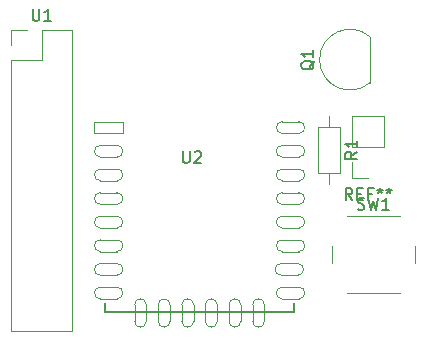
<source format=gbr>
%TF.GenerationSoftware,KiCad,Pcbnew,(5.1.6)-1*%
%TF.CreationDate,2020-12-09T18:00:23+01:00*%
%TF.ProjectId,W__cznik _wiat_a,57420563-7a6e-4696-9b20-5b7769617442,1*%
%TF.SameCoordinates,Original*%
%TF.FileFunction,Legend,Top*%
%TF.FilePolarity,Positive*%
%FSLAX46Y46*%
G04 Gerber Fmt 4.6, Leading zero omitted, Abs format (unit mm)*
G04 Created by KiCad (PCBNEW (5.1.6)-1) date 2020-12-09 18:00:23*
%MOMM*%
%LPD*%
G01*
G04 APERTURE LIST*
%ADD10C,0.120000*%
%ADD11C,0.152400*%
%ADD12C,0.100000*%
%ADD13C,0.150000*%
G04 APERTURE END LIST*
D10*
%TO.C,REF\u002A\u002A*%
X66802000Y-36128000D02*
X65472000Y-36128000D01*
X65472000Y-36128000D02*
X65472000Y-34798000D01*
X65472000Y-33528000D02*
X65472000Y-30928000D01*
X68132000Y-30928000D02*
X65472000Y-30928000D01*
X68132000Y-33528000D02*
X68132000Y-30928000D01*
X68132000Y-33528000D02*
X65472000Y-33528000D01*
%TO.C,Q1*%
X66978000Y-28082000D02*
X66978000Y-24232000D01*
X66968122Y-24193389D02*
G75*
G03*
X66978000Y-28082000I-1690122J-1948611D01*
G01*
%TO.C,R1*%
X63500000Y-36652000D02*
X63500000Y-35702000D01*
X63500000Y-30912000D02*
X63500000Y-31862000D01*
X64420000Y-35702000D02*
X64420000Y-31862000D01*
X62580000Y-35702000D02*
X64420000Y-35702000D01*
X62580000Y-31862000D02*
X62580000Y-35702000D01*
X64420000Y-31862000D02*
X62580000Y-31862000D01*
%TO.C,SW1*%
X70758000Y-43386000D02*
X70758000Y-41886000D01*
X69508000Y-39386000D02*
X65008000Y-39386000D01*
X63758000Y-41886000D02*
X63758000Y-43386000D01*
X65008000Y-45886000D02*
X69508000Y-45886000D01*
%TO.C,U1*%
X36563001Y-23609001D02*
X37893001Y-23609001D01*
X39163001Y-26209001D02*
X39163001Y-23609001D01*
X36563001Y-24939001D02*
X36563001Y-23609001D01*
X39163001Y-23609001D02*
X41763001Y-23609001D01*
X36563001Y-26209001D02*
X36563001Y-49129001D01*
X36563001Y-26209001D02*
X39163001Y-26209001D01*
X41763001Y-23609001D02*
X41763001Y-49129001D01*
X36563001Y-49129001D02*
X41763001Y-49129001D01*
D11*
%TO.C,U2*%
X44527001Y-46748001D02*
X44527001Y-47510001D01*
X44527001Y-47510001D02*
X60529001Y-47510001D01*
X60529001Y-47510001D02*
X60529001Y-46748001D01*
%TD*%
D12*
%TO.C,U2*%
X43643001Y-31389001D02*
X43643001Y-32389001D01*
X46043001Y-32389001D01*
X46043001Y-31389001D01*
X43643001Y-31389001D01*
X44143001Y-34389001D02*
X45543001Y-34389001D01*
X44143001Y-33389001D02*
X45543001Y-33389001D01*
X45543001Y-34389001D02*
G75*
G03*
X45543001Y-33389001I0J500000D01*
G01*
X44143001Y-33389001D02*
G75*
G03*
X44143001Y-34389001I0J-500000D01*
G01*
X44143001Y-36389001D02*
X45543001Y-36389001D01*
X44143001Y-35389001D02*
X45543001Y-35389001D01*
X45543001Y-36389001D02*
G75*
G03*
X45543001Y-35389001I0J500000D01*
G01*
X44143001Y-35389001D02*
G75*
G03*
X44143001Y-36389001I0J-500000D01*
G01*
X44143001Y-38389001D02*
X45543001Y-38389001D01*
X44143001Y-37389001D02*
X45543001Y-37389001D01*
X45543001Y-38389001D02*
G75*
G03*
X45543001Y-37389001I0J500000D01*
G01*
X44143001Y-37389001D02*
G75*
G03*
X44143001Y-38389001I0J-500000D01*
G01*
X44143001Y-40389001D02*
X45543001Y-40389001D01*
X44143001Y-39389001D02*
X45543001Y-39389001D01*
X45543001Y-40389001D02*
G75*
G03*
X45543001Y-39389001I0J500000D01*
G01*
X44143001Y-39389001D02*
G75*
G03*
X44143001Y-40389001I0J-500000D01*
G01*
X44143001Y-42389001D02*
X45543001Y-42389001D01*
X44143001Y-41389001D02*
X45543001Y-41389001D01*
X45543001Y-42389001D02*
G75*
G03*
X45543001Y-41389001I0J500000D01*
G01*
X44143001Y-41389001D02*
G75*
G03*
X44143001Y-42389001I0J-500000D01*
G01*
X44143001Y-44389001D02*
X45543001Y-44389001D01*
X44143001Y-43389001D02*
X45543001Y-43389001D01*
X45543001Y-44389001D02*
G75*
G03*
X45543001Y-43389001I0J500000D01*
G01*
X44143001Y-43389001D02*
G75*
G03*
X44143001Y-44389001I0J-500000D01*
G01*
X44143001Y-46389001D02*
X45543001Y-46389001D01*
X44143001Y-45389001D02*
X45543001Y-45389001D01*
X45543001Y-46389001D02*
G75*
G03*
X45543001Y-45389001I0J500000D01*
G01*
X44143001Y-45389001D02*
G75*
G03*
X44143001Y-46389001I0J-500000D01*
G01*
X59543001Y-46389001D02*
X60943001Y-46389001D01*
X59543001Y-45389001D02*
X60943001Y-45389001D01*
X60943001Y-46389001D02*
G75*
G03*
X60943001Y-45389001I0J500000D01*
G01*
X59543001Y-45389001D02*
G75*
G03*
X59543001Y-46389001I0J-500000D01*
G01*
X59443001Y-44389001D02*
X60843001Y-44389001D01*
X59443001Y-43389001D02*
X60843001Y-43389001D01*
X60843001Y-44389001D02*
G75*
G03*
X60843001Y-43389001I0J500000D01*
G01*
X59443001Y-43389001D02*
G75*
G03*
X59443001Y-44389001I0J-500000D01*
G01*
X59543001Y-42389001D02*
X60943001Y-42389001D01*
X59543001Y-41389001D02*
X60943001Y-41389001D01*
X60943001Y-42389001D02*
G75*
G03*
X60943001Y-41389001I0J500000D01*
G01*
X59543001Y-41389001D02*
G75*
G03*
X59543001Y-42389001I0J-500000D01*
G01*
X59543001Y-40389001D02*
X60943001Y-40389001D01*
X59543001Y-39389001D02*
X60943001Y-39389001D01*
X60943001Y-40389001D02*
G75*
G03*
X60943001Y-39389001I0J500000D01*
G01*
X59543001Y-39389001D02*
G75*
G03*
X59543001Y-40389001I0J-500000D01*
G01*
X59543001Y-38389001D02*
X60943001Y-38389001D01*
X59543001Y-37389001D02*
X60943001Y-37389001D01*
X60943001Y-38389001D02*
G75*
G03*
X60943001Y-37389001I0J500000D01*
G01*
X59543001Y-37389001D02*
G75*
G03*
X59543001Y-38389001I0J-500000D01*
G01*
X59543001Y-36389001D02*
X60943001Y-36389001D01*
X59543001Y-35389001D02*
X60943001Y-35389001D01*
X60943001Y-36389001D02*
G75*
G03*
X60943001Y-35389001I0J500000D01*
G01*
X59543001Y-35389001D02*
G75*
G03*
X59543001Y-36389001I0J-500000D01*
G01*
X59543001Y-34389001D02*
X60943001Y-34389001D01*
X59543001Y-33389001D02*
X60943001Y-33389001D01*
X60943001Y-34389001D02*
G75*
G03*
X60943001Y-33389001I0J500000D01*
G01*
X59543001Y-33389001D02*
G75*
G03*
X59543001Y-34389001I0J-500000D01*
G01*
X59543001Y-32389001D02*
X60943001Y-32389001D01*
X59543001Y-31389001D02*
X60943001Y-31389001D01*
X60943001Y-32389001D02*
G75*
G03*
X60943001Y-31389001I0J500000D01*
G01*
X59543001Y-31389001D02*
G75*
G03*
X59543001Y-32389001I0J-500000D01*
G01*
X48033001Y-48289001D02*
X48033001Y-46889001D01*
X47033001Y-48289001D02*
X47033001Y-46889001D01*
X48033001Y-46889001D02*
G75*
G03*
X47033001Y-46889001I-500000J0D01*
G01*
X47033001Y-48289001D02*
G75*
G03*
X48033001Y-48289001I500000J0D01*
G01*
X50033001Y-48289001D02*
X50033001Y-46889001D01*
X49033001Y-48289001D02*
X49033001Y-46889001D01*
X50033001Y-46889001D02*
G75*
G03*
X49033001Y-46889001I-500000J0D01*
G01*
X49033001Y-48289001D02*
G75*
G03*
X50033001Y-48289001I500000J0D01*
G01*
X52033001Y-48289001D02*
X52033001Y-46889001D01*
X51033001Y-48289001D02*
X51033001Y-46889001D01*
X52033001Y-46889001D02*
G75*
G03*
X51033001Y-46889001I-500000J0D01*
G01*
X51033001Y-48289001D02*
G75*
G03*
X52033001Y-48289001I500000J0D01*
G01*
X54033001Y-48289001D02*
X54033001Y-46889001D01*
X53033001Y-48289001D02*
X53033001Y-46889001D01*
X54033001Y-46889001D02*
G75*
G03*
X53033001Y-46889001I-500000J0D01*
G01*
X53033001Y-48289001D02*
G75*
G03*
X54033001Y-48289001I500000J0D01*
G01*
X56033001Y-48289001D02*
X56033001Y-46889001D01*
X55033001Y-48289001D02*
X55033001Y-46889001D01*
X56033001Y-46889001D02*
G75*
G03*
X55033001Y-46889001I-500000J0D01*
G01*
X55033001Y-48289001D02*
G75*
G03*
X56033001Y-48289001I500000J0D01*
G01*
X58033001Y-48289001D02*
X58033001Y-46889001D01*
X57033001Y-48289001D02*
X57033001Y-46889001D01*
X58033001Y-46889001D02*
G75*
G03*
X57033001Y-46889001I-500000J0D01*
G01*
X57033001Y-48289001D02*
G75*
G03*
X58033001Y-48289001I500000J0D01*
G01*
%TD*%
%TO.C,REF\u002A\u002A*%
D13*
X65468666Y-38020380D02*
X65135333Y-37544190D01*
X64897238Y-38020380D02*
X64897238Y-37020380D01*
X65278190Y-37020380D01*
X65373428Y-37068000D01*
X65421047Y-37115619D01*
X65468666Y-37210857D01*
X65468666Y-37353714D01*
X65421047Y-37448952D01*
X65373428Y-37496571D01*
X65278190Y-37544190D01*
X64897238Y-37544190D01*
X65897238Y-37496571D02*
X66230571Y-37496571D01*
X66373428Y-38020380D02*
X65897238Y-38020380D01*
X65897238Y-37020380D01*
X66373428Y-37020380D01*
X67135333Y-37496571D02*
X66802000Y-37496571D01*
X66802000Y-38020380D02*
X66802000Y-37020380D01*
X67278190Y-37020380D01*
X67802000Y-37020380D02*
X67802000Y-37258476D01*
X67563904Y-37163238D02*
X67802000Y-37258476D01*
X68040095Y-37163238D01*
X67659142Y-37448952D02*
X67802000Y-37258476D01*
X67944857Y-37448952D01*
X68563904Y-37020380D02*
X68563904Y-37258476D01*
X68325809Y-37163238D02*
X68563904Y-37258476D01*
X68802000Y-37163238D01*
X68421047Y-37448952D02*
X68563904Y-37258476D01*
X68706761Y-37448952D01*
%TO.C,Q1*%
X62265619Y-26237238D02*
X62218000Y-26332476D01*
X62122761Y-26427714D01*
X61979904Y-26570571D01*
X61932285Y-26665809D01*
X61932285Y-26761047D01*
X62170380Y-26713428D02*
X62122761Y-26808666D01*
X62027523Y-26903904D01*
X61837047Y-26951523D01*
X61503714Y-26951523D01*
X61313238Y-26903904D01*
X61218000Y-26808666D01*
X61170380Y-26713428D01*
X61170380Y-26522952D01*
X61218000Y-26427714D01*
X61313238Y-26332476D01*
X61503714Y-26284857D01*
X61837047Y-26284857D01*
X62027523Y-26332476D01*
X62122761Y-26427714D01*
X62170380Y-26522952D01*
X62170380Y-26713428D01*
X62170380Y-25332476D02*
X62170380Y-25903904D01*
X62170380Y-25618190D02*
X61170380Y-25618190D01*
X61313238Y-25713428D01*
X61408476Y-25808666D01*
X61456095Y-25903904D01*
%TO.C,R1*%
X65872380Y-33948666D02*
X65396190Y-34282000D01*
X65872380Y-34520095D02*
X64872380Y-34520095D01*
X64872380Y-34139142D01*
X64920000Y-34043904D01*
X64967619Y-33996285D01*
X65062857Y-33948666D01*
X65205714Y-33948666D01*
X65300952Y-33996285D01*
X65348571Y-34043904D01*
X65396190Y-34139142D01*
X65396190Y-34520095D01*
X65872380Y-32996285D02*
X65872380Y-33567714D01*
X65872380Y-33282000D02*
X64872380Y-33282000D01*
X65015238Y-33377238D01*
X65110476Y-33472476D01*
X65158095Y-33567714D01*
%TO.C,SW1*%
X65924666Y-38790761D02*
X66067523Y-38838380D01*
X66305619Y-38838380D01*
X66400857Y-38790761D01*
X66448476Y-38743142D01*
X66496095Y-38647904D01*
X66496095Y-38552666D01*
X66448476Y-38457428D01*
X66400857Y-38409809D01*
X66305619Y-38362190D01*
X66115142Y-38314571D01*
X66019904Y-38266952D01*
X65972285Y-38219333D01*
X65924666Y-38124095D01*
X65924666Y-38028857D01*
X65972285Y-37933619D01*
X66019904Y-37886000D01*
X66115142Y-37838380D01*
X66353238Y-37838380D01*
X66496095Y-37886000D01*
X66829428Y-37838380D02*
X67067523Y-38838380D01*
X67258000Y-38124095D01*
X67448476Y-38838380D01*
X67686571Y-37838380D01*
X68591333Y-38838380D02*
X68019904Y-38838380D01*
X68305619Y-38838380D02*
X68305619Y-37838380D01*
X68210380Y-37981238D01*
X68115142Y-38076476D01*
X68019904Y-38124095D01*
%TO.C,U1*%
X38401096Y-21851381D02*
X38401096Y-22660905D01*
X38448715Y-22756143D01*
X38496334Y-22803762D01*
X38591572Y-22851381D01*
X38782048Y-22851381D01*
X38877286Y-22803762D01*
X38924905Y-22756143D01*
X38972524Y-22660905D01*
X38972524Y-21851381D01*
X39972524Y-22851381D02*
X39401096Y-22851381D01*
X39686810Y-22851381D02*
X39686810Y-21851381D01*
X39591572Y-21994239D01*
X39496334Y-22089477D01*
X39401096Y-22137096D01*
%TO.C,U2*%
X51131096Y-33881381D02*
X51131096Y-34690905D01*
X51178715Y-34786143D01*
X51226334Y-34833762D01*
X51321572Y-34881381D01*
X51512048Y-34881381D01*
X51607286Y-34833762D01*
X51654905Y-34786143D01*
X51702524Y-34690905D01*
X51702524Y-33881381D01*
X52131096Y-33976620D02*
X52178715Y-33929001D01*
X52273953Y-33881381D01*
X52512048Y-33881381D01*
X52607286Y-33929001D01*
X52654905Y-33976620D01*
X52702524Y-34071858D01*
X52702524Y-34167096D01*
X52654905Y-34309953D01*
X52083477Y-34881381D01*
X52702524Y-34881381D01*
%TD*%
M02*

</source>
